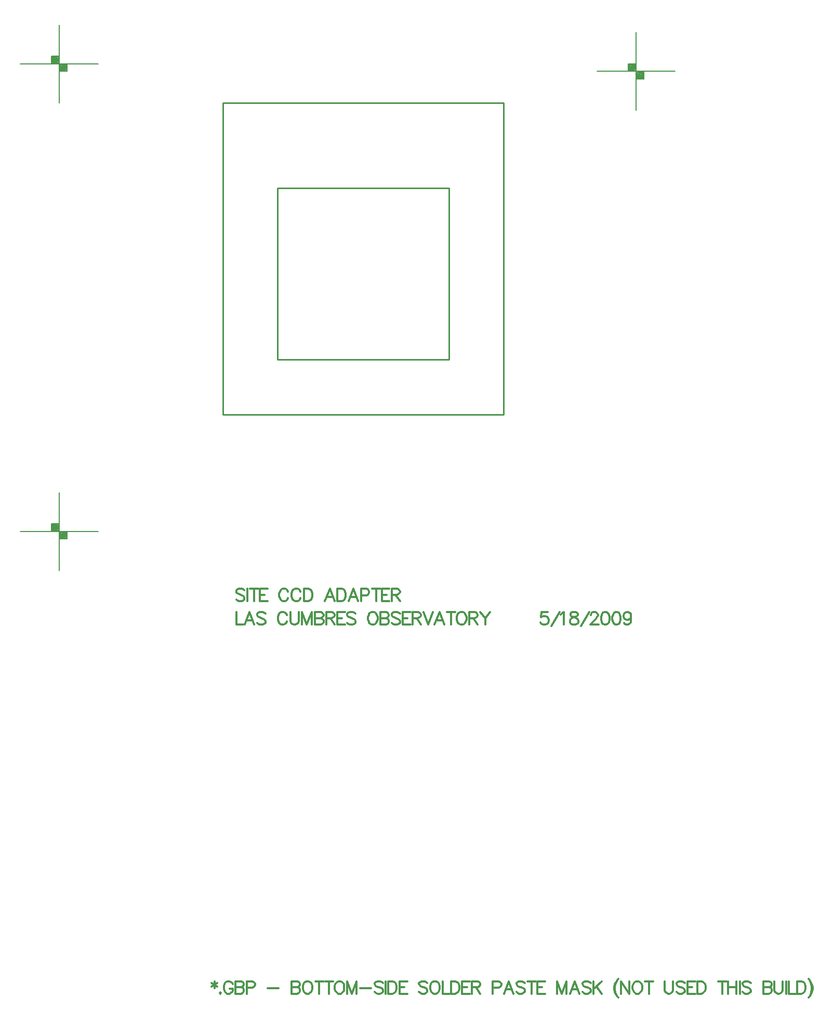
<source format=gbp>
%FSLAX23Y23*%
%MOIN*%
G70*
G01*
G75*
G04 Layer_Color=128*
%ADD10R,0.050X0.050*%
%ADD11R,0.050X0.050*%
%ADD12C,0.006*%
%ADD13C,0.012*%
%ADD14C,0.008*%
%ADD15C,0.010*%
%ADD16C,0.012*%
%ADD17C,0.012*%
%ADD18R,0.075X0.075*%
%ADD19C,0.075*%
%ADD20O,0.024X0.050*%
%ADD21C,0.050*%
%ADD22C,0.040*%
%ADD23C,0.086*%
G04:AMPARAMS|DCode=24|XSize=106mil|YSize=106mil|CornerRadius=0mil|HoleSize=0mil|Usage=FLASHONLY|Rotation=0.000|XOffset=0mil|YOffset=0mil|HoleType=Round|Shape=Relief|Width=10mil|Gap=10mil|Entries=4|*
%AMTHD24*
7,0,0,0.106,0.086,0.010,45*
%
%ADD24THD24*%
%ADD25C,0.054*%
G04:AMPARAMS|DCode=26|XSize=74mil|YSize=74mil|CornerRadius=0mil|HoleSize=0mil|Usage=FLASHONLY|Rotation=0.000|XOffset=0mil|YOffset=0mil|HoleType=Round|Shape=Relief|Width=10mil|Gap=10mil|Entries=4|*
%AMTHD26*
7,0,0,0.074,0.054,0.010,45*
%
%ADD26THD26*%
G04:AMPARAMS|DCode=27|XSize=85mil|YSize=85mil|CornerRadius=0mil|HoleSize=0mil|Usage=FLASHONLY|Rotation=0.000|XOffset=0mil|YOffset=0mil|HoleType=Round|Shape=Relief|Width=10mil|Gap=10mil|Entries=4|*
%AMTHD27*
7,0,0,0.085,0.065,0.010,45*
%
%ADD27THD27*%
%ADD28C,0.010*%
%ADD29C,0.015*%
%ADD30C,0.005*%
D14*
X15901Y13847D02*
X15911D01*
Y13842D02*
Y13852D01*
X15901D02*
X15911D01*
X15901Y13842D02*
Y13852D01*
Y13842D02*
X15911D01*
X15917D02*
Y13858D01*
X15896D02*
X15917D01*
X15896Y13837D02*
Y13858D01*
Y13837D02*
X15917D01*
X15922D02*
Y13863D01*
X15892D02*
X15922D01*
X15892Y13833D02*
Y13863D01*
Y13833D02*
X15922D01*
X15927Y13828D02*
Y13868D01*
X15887D02*
X15927D01*
X15887Y13828D02*
Y13868D01*
Y13828D02*
X15927D01*
X15851Y13898D02*
X15861D01*
Y13892D02*
Y13903D01*
X15851D02*
X15861D01*
X15851Y13892D02*
Y13903D01*
Y13892D02*
X15861D01*
X15866D02*
Y13908D01*
X15847D02*
X15866D01*
X15847Y13887D02*
Y13908D01*
Y13887D02*
X15866D01*
X15872D02*
Y13913D01*
X15842D02*
X15872D01*
X15842Y13882D02*
Y13913D01*
Y13882D02*
X15872D01*
X15877Y13877D02*
Y13917D01*
X15837D02*
X15877D01*
X15837Y13877D02*
Y13917D01*
Y13877D02*
X15877D01*
X15832Y13922D02*
X15882D01*
X15832Y13873D02*
Y13922D01*
X15882Y13823D02*
X15932D01*
Y13873D01*
X15882Y13623D02*
Y14123D01*
X15632Y13873D02*
X16132D01*
X12201Y10898D02*
X12212D01*
Y10892D02*
Y10903D01*
X12201D02*
X12212D01*
X12201Y10892D02*
Y10903D01*
Y10892D02*
X12212D01*
X12217D02*
Y10908D01*
X12196D02*
X12217D01*
X12196Y10887D02*
Y10908D01*
Y10887D02*
X12217D01*
X12222D02*
Y10913D01*
X12191D02*
X12222D01*
X12191Y10882D02*
Y10913D01*
Y10882D02*
X12222D01*
X12226Y10877D02*
Y10917D01*
X12186D02*
X12226D01*
X12186Y10877D02*
Y10917D01*
Y10877D02*
X12226D01*
X12151Y10948D02*
X12161D01*
Y10943D02*
Y10953D01*
X12151D02*
X12161D01*
X12151Y10943D02*
Y10953D01*
Y10943D02*
X12161D01*
X12167D02*
Y10958D01*
X12146D02*
X12167D01*
X12146Y10938D02*
Y10958D01*
Y10938D02*
X12167D01*
X12172D02*
Y10962D01*
X12142D02*
X12172D01*
X12142Y10932D02*
Y10962D01*
Y10932D02*
X12172D01*
X12177Y10927D02*
Y10967D01*
X12137D02*
X12177D01*
X12137Y10927D02*
Y10967D01*
Y10927D02*
X12177D01*
X12132Y10972D02*
X12182D01*
X12132Y10922D02*
Y10972D01*
X12182Y10873D02*
X12231D01*
Y10922D01*
X12182Y10672D02*
Y11172D01*
X11932Y10922D02*
X12432D01*
X12201Y13898D02*
X12212D01*
Y13892D02*
Y13903D01*
X12201D02*
X12212D01*
X12201Y13892D02*
Y13903D01*
Y13892D02*
X12212D01*
X12217D02*
Y13908D01*
X12196D02*
X12217D01*
X12196Y13887D02*
Y13908D01*
Y13887D02*
X12217D01*
X12222D02*
Y13913D01*
X12191D02*
X12222D01*
X12191Y13882D02*
Y13913D01*
Y13882D02*
X12222D01*
X12226Y13877D02*
Y13917D01*
X12186D02*
X12226D01*
X12186Y13877D02*
Y13917D01*
Y13877D02*
X12226D01*
X12151Y13948D02*
X12161D01*
Y13943D02*
Y13953D01*
X12151D02*
X12161D01*
X12151Y13943D02*
Y13953D01*
Y13943D02*
X12161D01*
X12167D02*
Y13958D01*
X12146D02*
X12167D01*
X12146Y13938D02*
Y13958D01*
Y13938D02*
X12167D01*
X12172D02*
Y13962D01*
X12142D02*
X12172D01*
X12142Y13932D02*
Y13962D01*
Y13932D02*
X12172D01*
X12177Y13927D02*
Y13967D01*
X12137D02*
X12177D01*
X12137Y13927D02*
Y13967D01*
Y13927D02*
X12177D01*
X12132Y13972D02*
X12182D01*
X12132Y13922D02*
Y13972D01*
X12182Y13873D02*
X12231D01*
Y13922D01*
X12182Y13672D02*
Y14172D01*
X11932Y13922D02*
X12432D01*
D15*
X13582Y12023D02*
Y13123D01*
X14682D01*
Y12023D02*
Y13123D01*
X13582Y12023D02*
X14682D01*
X13231Y11672D02*
Y13672D01*
X15031D01*
Y11672D02*
Y13672D01*
X14832Y11672D02*
X15031D01*
X13231D02*
X14832D01*
D16*
X13176Y8036D02*
Y7990D01*
X13157Y8025D02*
X13195Y8002D01*
Y8025D02*
X13157Y8002D01*
X13215Y7964D02*
X13211Y7960D01*
X13215Y7956D01*
X13219Y7960D01*
X13215Y7964D01*
X13293Y8017D02*
X13290Y8025D01*
X13282Y8032D01*
X13274Y8036D01*
X13259D01*
X13252Y8032D01*
X13244Y8025D01*
X13240Y8017D01*
X13236Y8006D01*
Y7987D01*
X13240Y7975D01*
X13244Y7968D01*
X13252Y7960D01*
X13259Y7956D01*
X13274D01*
X13282Y7960D01*
X13290Y7968D01*
X13293Y7975D01*
Y7987D01*
X13274D02*
X13293D01*
X13312Y8036D02*
Y7956D01*
Y8036D02*
X13346D01*
X13357Y8032D01*
X13361Y8029D01*
X13365Y8021D01*
Y8013D01*
X13361Y8006D01*
X13357Y8002D01*
X13346Y7998D01*
X13312D02*
X13346D01*
X13357Y7994D01*
X13361Y7990D01*
X13365Y7983D01*
Y7971D01*
X13361Y7964D01*
X13357Y7960D01*
X13346Y7956D01*
X13312D01*
X13383Y7994D02*
X13417D01*
X13429Y7998D01*
X13432Y8002D01*
X13436Y8010D01*
Y8021D01*
X13432Y8029D01*
X13429Y8032D01*
X13417Y8036D01*
X13383D01*
Y7956D01*
X13517Y7990D02*
X13586D01*
X13672Y8036D02*
Y7956D01*
Y8036D02*
X13706D01*
X13718Y8032D01*
X13721Y8029D01*
X13725Y8021D01*
Y8013D01*
X13721Y8006D01*
X13718Y8002D01*
X13706Y7998D01*
X13672D02*
X13706D01*
X13718Y7994D01*
X13721Y7990D01*
X13725Y7983D01*
Y7971D01*
X13721Y7964D01*
X13718Y7960D01*
X13706Y7956D01*
X13672D01*
X13766Y8036D02*
X13758Y8032D01*
X13751Y8025D01*
X13747Y8017D01*
X13743Y8006D01*
Y7987D01*
X13747Y7975D01*
X13751Y7968D01*
X13758Y7960D01*
X13766Y7956D01*
X13781D01*
X13789Y7960D01*
X13797Y7968D01*
X13800Y7975D01*
X13804Y7987D01*
Y8006D01*
X13800Y8017D01*
X13797Y8025D01*
X13789Y8032D01*
X13781Y8036D01*
X13766D01*
X13849D02*
Y7956D01*
X13823Y8036D02*
X13876D01*
X13912D02*
Y7956D01*
X13886Y8036D02*
X13939D01*
X13971D02*
X13964Y8032D01*
X13956Y8025D01*
X13952Y8017D01*
X13948Y8006D01*
Y7987D01*
X13952Y7975D01*
X13956Y7968D01*
X13964Y7960D01*
X13971Y7956D01*
X13987D01*
X13994Y7960D01*
X14002Y7968D01*
X14006Y7975D01*
X14009Y7987D01*
Y8006D01*
X14006Y8017D01*
X14002Y8025D01*
X13994Y8032D01*
X13987Y8036D01*
X13971D01*
X14028D02*
Y7956D01*
Y8036D02*
X14059Y7956D01*
X14089Y8036D02*
X14059Y7956D01*
X14089Y8036D02*
Y7956D01*
X14112Y7990D02*
X14180D01*
X14257Y8025D02*
X14250Y8032D01*
X14238Y8036D01*
X14223D01*
X14212Y8032D01*
X14204Y8025D01*
Y8017D01*
X14208Y8010D01*
X14212Y8006D01*
X14219Y8002D01*
X14242Y7994D01*
X14250Y7990D01*
X14254Y7987D01*
X14257Y7979D01*
Y7968D01*
X14250Y7960D01*
X14238Y7956D01*
X14223D01*
X14212Y7960D01*
X14204Y7968D01*
X14275Y8036D02*
Y7956D01*
X14292Y8036D02*
Y7956D01*
Y8036D02*
X14319D01*
X14330Y8032D01*
X14338Y8025D01*
X14342Y8017D01*
X14345Y8006D01*
Y7987D01*
X14342Y7975D01*
X14338Y7968D01*
X14330Y7960D01*
X14319Y7956D01*
X14292D01*
X14413Y8036D02*
X14363D01*
Y7956D01*
X14413D01*
X14363Y7998D02*
X14394D01*
X14542Y8025D02*
X14535Y8032D01*
X14523Y8036D01*
X14508D01*
X14497Y8032D01*
X14489Y8025D01*
Y8017D01*
X14493Y8010D01*
X14497Y8006D01*
X14504Y8002D01*
X14527Y7994D01*
X14535Y7990D01*
X14538Y7987D01*
X14542Y7979D01*
Y7968D01*
X14535Y7960D01*
X14523Y7956D01*
X14508D01*
X14497Y7960D01*
X14489Y7968D01*
X14583Y8036D02*
X14575Y8032D01*
X14568Y8025D01*
X14564Y8017D01*
X14560Y8006D01*
Y7987D01*
X14564Y7975D01*
X14568Y7968D01*
X14575Y7960D01*
X14583Y7956D01*
X14598D01*
X14606Y7960D01*
X14613Y7968D01*
X14617Y7975D01*
X14621Y7987D01*
Y8006D01*
X14617Y8017D01*
X14613Y8025D01*
X14606Y8032D01*
X14598Y8036D01*
X14583D01*
X14640D02*
Y7956D01*
X14685D01*
X14694Y8036D02*
Y7956D01*
Y8036D02*
X14721D01*
X14732Y8032D01*
X14740Y8025D01*
X14744Y8017D01*
X14748Y8006D01*
Y7987D01*
X14744Y7975D01*
X14740Y7968D01*
X14732Y7960D01*
X14721Y7956D01*
X14694D01*
X14815Y8036D02*
X14765D01*
Y7956D01*
X14815D01*
X14765Y7998D02*
X14796D01*
X14828Y8036D02*
Y7956D01*
Y8036D02*
X14863D01*
X14874Y8032D01*
X14878Y8029D01*
X14882Y8021D01*
Y8013D01*
X14878Y8006D01*
X14874Y8002D01*
X14863Y7998D01*
X14828D01*
X14855D02*
X14882Y7956D01*
X14962Y7994D02*
X14997D01*
X15008Y7998D01*
X15012Y8002D01*
X15016Y8010D01*
Y8021D01*
X15012Y8029D01*
X15008Y8032D01*
X14997Y8036D01*
X14962D01*
Y7956D01*
X15095D02*
X15064Y8036D01*
X15034Y7956D01*
X15045Y7983D02*
X15083D01*
X15167Y8025D02*
X15159Y8032D01*
X15147Y8036D01*
X15132D01*
X15121Y8032D01*
X15113Y8025D01*
Y8017D01*
X15117Y8010D01*
X15121Y8006D01*
X15128Y8002D01*
X15151Y7994D01*
X15159Y7990D01*
X15163Y7987D01*
X15167Y7979D01*
Y7968D01*
X15159Y7960D01*
X15147Y7956D01*
X15132D01*
X15121Y7960D01*
X15113Y7968D01*
X15211Y8036D02*
Y7956D01*
X15184Y8036D02*
X15238D01*
X15297D02*
X15247D01*
Y7956D01*
X15297D01*
X15247Y7998D02*
X15278D01*
X15373Y8036D02*
Y7956D01*
Y8036D02*
X15403Y7956D01*
X15434Y8036D02*
X15403Y7956D01*
X15434Y8036D02*
Y7956D01*
X15518D02*
X15487Y8036D01*
X15457Y7956D01*
X15468Y7983D02*
X15506D01*
X15590Y8025D02*
X15582Y8032D01*
X15571Y8036D01*
X15555D01*
X15544Y8032D01*
X15536Y8025D01*
Y8017D01*
X15540Y8010D01*
X15544Y8006D01*
X15552Y8002D01*
X15574Y7994D01*
X15582Y7990D01*
X15586Y7987D01*
X15590Y7979D01*
Y7968D01*
X15582Y7960D01*
X15571Y7956D01*
X15555D01*
X15544Y7960D01*
X15536Y7968D01*
X15608Y8036D02*
Y7956D01*
X15661Y8036D02*
X15608Y7983D01*
X15627Y8002D02*
X15661Y7956D01*
X15768Y8051D02*
X15761Y8044D01*
X15753Y8032D01*
X15745Y8017D01*
X15742Y7998D01*
Y7983D01*
X15745Y7964D01*
X15753Y7949D01*
X15761Y7937D01*
X15768Y7930D01*
X15761Y8044D02*
X15753Y8029D01*
X15749Y8017D01*
X15745Y7998D01*
Y7983D01*
X15749Y7964D01*
X15753Y7952D01*
X15761Y7937D01*
X15784Y8036D02*
Y7956D01*
Y8036D02*
X15837Y7956D01*
Y8036D02*
Y7956D01*
X15882Y8036D02*
X15874Y8032D01*
X15867Y8025D01*
X15863Y8017D01*
X15859Y8006D01*
Y7987D01*
X15863Y7975D01*
X15867Y7968D01*
X15874Y7960D01*
X15882Y7956D01*
X15897D01*
X15905Y7960D01*
X15912Y7968D01*
X15916Y7975D01*
X15920Y7987D01*
Y8006D01*
X15916Y8017D01*
X15912Y8025D01*
X15905Y8032D01*
X15897Y8036D01*
X15882D01*
X15965D02*
Y7956D01*
X15939Y8036D02*
X15992D01*
X16064D02*
Y7979D01*
X16068Y7968D01*
X16076Y7960D01*
X16087Y7956D01*
X16095D01*
X16106Y7960D01*
X16114Y7968D01*
X16118Y7979D01*
Y8036D01*
X16193Y8025D02*
X16185Y8032D01*
X16174Y8036D01*
X16159D01*
X16147Y8032D01*
X16140Y8025D01*
Y8017D01*
X16143Y8010D01*
X16147Y8006D01*
X16155Y8002D01*
X16178Y7994D01*
X16185Y7990D01*
X16189Y7987D01*
X16193Y7979D01*
Y7968D01*
X16185Y7960D01*
X16174Y7956D01*
X16159D01*
X16147Y7960D01*
X16140Y7968D01*
X16260Y8036D02*
X16211D01*
Y7956D01*
X16260D01*
X16211Y7998D02*
X16241D01*
X16274Y8036D02*
Y7956D01*
Y8036D02*
X16300D01*
X16312Y8032D01*
X16319Y8025D01*
X16323Y8017D01*
X16327Y8006D01*
Y7987D01*
X16323Y7975D01*
X16319Y7968D01*
X16312Y7960D01*
X16300Y7956D01*
X16274D01*
X16434Y8036D02*
Y7956D01*
X16408Y8036D02*
X16461D01*
X16471D02*
Y7956D01*
X16524Y8036D02*
Y7956D01*
X16471Y7998D02*
X16524D01*
X16546Y8036D02*
Y7956D01*
X16616Y8025D02*
X16608Y8032D01*
X16597Y8036D01*
X16582D01*
X16570Y8032D01*
X16563Y8025D01*
Y8017D01*
X16567Y8010D01*
X16570Y8006D01*
X16578Y8002D01*
X16601Y7994D01*
X16608Y7990D01*
X16612Y7987D01*
X16616Y7979D01*
Y7968D01*
X16608Y7960D01*
X16597Y7956D01*
X16582D01*
X16570Y7960D01*
X16563Y7968D01*
X16697Y8036D02*
Y7956D01*
Y8036D02*
X16731D01*
X16743Y8032D01*
X16746Y8029D01*
X16750Y8021D01*
Y8013D01*
X16746Y8006D01*
X16743Y8002D01*
X16731Y7998D01*
X16697D02*
X16731D01*
X16743Y7994D01*
X16746Y7990D01*
X16750Y7983D01*
Y7971D01*
X16746Y7964D01*
X16743Y7960D01*
X16731Y7956D01*
X16697D01*
X16768Y8036D02*
Y7979D01*
X16772Y7968D01*
X16780Y7960D01*
X16791Y7956D01*
X16799D01*
X16810Y7960D01*
X16818Y7968D01*
X16821Y7979D01*
Y8036D01*
X16843D02*
Y7956D01*
X16860Y8036D02*
Y7956D01*
X16906D01*
X16915Y8036D02*
Y7956D01*
Y8036D02*
X16941D01*
X16953Y8032D01*
X16960Y8025D01*
X16964Y8017D01*
X16968Y8006D01*
Y7987D01*
X16964Y7975D01*
X16960Y7968D01*
X16953Y7960D01*
X16941Y7956D01*
X16915D01*
X16986Y8051D02*
X16994Y8044D01*
X17001Y8032D01*
X17009Y8017D01*
X17013Y7998D01*
Y7983D01*
X17009Y7964D01*
X17001Y7949D01*
X16994Y7937D01*
X16986Y7930D01*
X16994Y8044D02*
X17001Y8029D01*
X17005Y8017D01*
X17009Y7998D01*
Y7983D01*
X17005Y7964D01*
X17001Y7952D01*
X16994Y7937D01*
X13369Y10543D02*
X13361Y10550D01*
X13350Y10554D01*
X13335D01*
X13323Y10550D01*
X13316Y10543D01*
Y10535D01*
X13319Y10527D01*
X13323Y10524D01*
X13331Y10520D01*
X13354Y10512D01*
X13361Y10508D01*
X13365Y10505D01*
X13369Y10497D01*
Y10486D01*
X13361Y10478D01*
X13350Y10474D01*
X13335D01*
X13323Y10478D01*
X13316Y10486D01*
X13387Y10554D02*
Y10474D01*
X13430Y10554D02*
Y10474D01*
X13404Y10554D02*
X13457D01*
X13516D02*
X13466D01*
Y10474D01*
X13516D01*
X13466Y10516D02*
X13497D01*
X13649Y10535D02*
X13645Y10543D01*
X13638Y10550D01*
X13630Y10554D01*
X13615D01*
X13607Y10550D01*
X13600Y10543D01*
X13596Y10535D01*
X13592Y10524D01*
Y10505D01*
X13596Y10493D01*
X13600Y10486D01*
X13607Y10478D01*
X13615Y10474D01*
X13630D01*
X13638Y10478D01*
X13645Y10486D01*
X13649Y10493D01*
X13729Y10535D02*
X13725Y10543D01*
X13717Y10550D01*
X13710Y10554D01*
X13694D01*
X13687Y10550D01*
X13679Y10543D01*
X13675Y10535D01*
X13672Y10524D01*
Y10505D01*
X13675Y10493D01*
X13679Y10486D01*
X13687Y10478D01*
X13694Y10474D01*
X13710D01*
X13717Y10478D01*
X13725Y10486D01*
X13729Y10493D01*
X13751Y10554D02*
Y10474D01*
Y10554D02*
X13778D01*
X13789Y10550D01*
X13797Y10543D01*
X13801Y10535D01*
X13805Y10524D01*
Y10505D01*
X13801Y10493D01*
X13797Y10486D01*
X13789Y10478D01*
X13778Y10474D01*
X13751D01*
X13946D02*
X13916Y10554D01*
X13885Y10474D01*
X13897Y10501D02*
X13935D01*
X13965Y10554D02*
Y10474D01*
Y10554D02*
X13992D01*
X14003Y10550D01*
X14011Y10543D01*
X14014Y10535D01*
X14018Y10524D01*
Y10505D01*
X14014Y10493D01*
X14011Y10486D01*
X14003Y10478D01*
X13992Y10474D01*
X13965D01*
X14097D02*
X14067Y10554D01*
X14036Y10474D01*
X14048Y10501D02*
X14086D01*
X14116Y10512D02*
X14150D01*
X14161Y10516D01*
X14165Y10520D01*
X14169Y10527D01*
Y10539D01*
X14165Y10546D01*
X14161Y10550D01*
X14150Y10554D01*
X14116D01*
Y10474D01*
X14214Y10554D02*
Y10474D01*
X14187Y10554D02*
X14240D01*
X14299D02*
X14250D01*
Y10474D01*
X14299D01*
X14250Y10516D02*
X14280D01*
X14313Y10554D02*
Y10474D01*
Y10554D02*
X14347D01*
X14358Y10550D01*
X14362Y10546D01*
X14366Y10539D01*
Y10531D01*
X14362Y10524D01*
X14358Y10520D01*
X14347Y10516D01*
X14313D01*
X14339D02*
X14366Y10474D01*
D17*
X13316Y10404D02*
Y10324D01*
X13361D01*
X13431D02*
X13400Y10404D01*
X13370Y10324D01*
X13381Y10351D02*
X13420D01*
X13503Y10393D02*
X13495Y10400D01*
X13484Y10404D01*
X13469D01*
X13457Y10400D01*
X13450Y10393D01*
Y10385D01*
X13453Y10377D01*
X13457Y10374D01*
X13465Y10370D01*
X13488Y10362D01*
X13495Y10358D01*
X13499Y10355D01*
X13503Y10347D01*
Y10335D01*
X13495Y10328D01*
X13484Y10324D01*
X13469D01*
X13457Y10328D01*
X13450Y10335D01*
X13641Y10385D02*
X13637Y10393D01*
X13629Y10400D01*
X13622Y10404D01*
X13607D01*
X13599Y10400D01*
X13591Y10393D01*
X13587Y10385D01*
X13584Y10374D01*
Y10355D01*
X13587Y10343D01*
X13591Y10335D01*
X13599Y10328D01*
X13607Y10324D01*
X13622D01*
X13629Y10328D01*
X13637Y10335D01*
X13641Y10343D01*
X13663Y10404D02*
Y10347D01*
X13667Y10335D01*
X13675Y10328D01*
X13686Y10324D01*
X13694D01*
X13705Y10328D01*
X13713Y10335D01*
X13717Y10347D01*
Y10404D01*
X13739D02*
Y10324D01*
Y10404D02*
X13769Y10324D01*
X13800Y10404D02*
X13769Y10324D01*
X13800Y10404D02*
Y10324D01*
X13822Y10404D02*
Y10324D01*
Y10404D02*
X13857D01*
X13868Y10400D01*
X13872Y10396D01*
X13876Y10389D01*
Y10381D01*
X13872Y10374D01*
X13868Y10370D01*
X13857Y10366D01*
X13822D02*
X13857D01*
X13868Y10362D01*
X13872Y10358D01*
X13876Y10351D01*
Y10339D01*
X13872Y10332D01*
X13868Y10328D01*
X13857Y10324D01*
X13822D01*
X13894Y10404D02*
Y10324D01*
Y10404D02*
X13928D01*
X13939Y10400D01*
X13943Y10396D01*
X13947Y10389D01*
Y10381D01*
X13943Y10374D01*
X13939Y10370D01*
X13928Y10366D01*
X13894D01*
X13920D02*
X13947Y10324D01*
X14014Y10404D02*
X13965D01*
Y10324D01*
X14014D01*
X13965Y10366D02*
X13995D01*
X14081Y10393D02*
X14073Y10400D01*
X14062Y10404D01*
X14047D01*
X14035Y10400D01*
X14028Y10393D01*
Y10385D01*
X14032Y10377D01*
X14035Y10374D01*
X14043Y10370D01*
X14066Y10362D01*
X14073Y10358D01*
X14077Y10355D01*
X14081Y10347D01*
Y10335D01*
X14073Y10328D01*
X14062Y10324D01*
X14047D01*
X14035Y10328D01*
X14028Y10335D01*
X14185Y10404D02*
X14177Y10400D01*
X14169Y10393D01*
X14166Y10385D01*
X14162Y10374D01*
Y10355D01*
X14166Y10343D01*
X14169Y10335D01*
X14177Y10328D01*
X14185Y10324D01*
X14200D01*
X14208Y10328D01*
X14215Y10335D01*
X14219Y10343D01*
X14223Y10355D01*
Y10374D01*
X14219Y10385D01*
X14215Y10393D01*
X14208Y10400D01*
X14200Y10404D01*
X14185D01*
X14241D02*
Y10324D01*
Y10404D02*
X14276D01*
X14287Y10400D01*
X14291Y10396D01*
X14295Y10389D01*
Y10381D01*
X14291Y10374D01*
X14287Y10370D01*
X14276Y10366D01*
X14241D02*
X14276D01*
X14287Y10362D01*
X14291Y10358D01*
X14295Y10351D01*
Y10339D01*
X14291Y10332D01*
X14287Y10328D01*
X14276Y10324D01*
X14241D01*
X14366Y10393D02*
X14358Y10400D01*
X14347Y10404D01*
X14332D01*
X14320Y10400D01*
X14313Y10393D01*
Y10385D01*
X14316Y10377D01*
X14320Y10374D01*
X14328Y10370D01*
X14351Y10362D01*
X14358Y10358D01*
X14362Y10355D01*
X14366Y10347D01*
Y10335D01*
X14358Y10328D01*
X14347Y10324D01*
X14332D01*
X14320Y10328D01*
X14313Y10335D01*
X14433Y10404D02*
X14384D01*
Y10324D01*
X14433D01*
X14384Y10366D02*
X14414D01*
X14447Y10404D02*
Y10324D01*
Y10404D02*
X14481D01*
X14492Y10400D01*
X14496Y10396D01*
X14500Y10389D01*
Y10381D01*
X14496Y10374D01*
X14492Y10370D01*
X14481Y10366D01*
X14447D01*
X14473D02*
X14500Y10324D01*
X14518Y10404D02*
X14548Y10324D01*
X14579Y10404D02*
X14548Y10324D01*
X14650D02*
X14620Y10404D01*
X14589Y10324D01*
X14601Y10351D02*
X14639D01*
X14695Y10404D02*
Y10324D01*
X14669Y10404D02*
X14722D01*
X14754D02*
X14747Y10400D01*
X14739Y10393D01*
X14735Y10385D01*
X14732Y10374D01*
Y10355D01*
X14735Y10343D01*
X14739Y10335D01*
X14747Y10328D01*
X14754Y10324D01*
X14770D01*
X14777Y10328D01*
X14785Y10335D01*
X14789Y10343D01*
X14793Y10355D01*
Y10374D01*
X14789Y10385D01*
X14785Y10393D01*
X14777Y10400D01*
X14770Y10404D01*
X14754D01*
X14811D02*
Y10324D01*
Y10404D02*
X14845D01*
X14857Y10400D01*
X14861Y10396D01*
X14865Y10389D01*
Y10381D01*
X14861Y10374D01*
X14857Y10370D01*
X14845Y10366D01*
X14811D01*
X14838D02*
X14865Y10324D01*
X14882Y10404D02*
X14913Y10366D01*
Y10324D01*
X14943Y10404D02*
X14913Y10366D01*
X15314Y10404D02*
X15275D01*
X15272Y10370D01*
X15275Y10374D01*
X15287Y10377D01*
X15298D01*
X15310Y10374D01*
X15317Y10366D01*
X15321Y10355D01*
Y10347D01*
X15317Y10335D01*
X15310Y10328D01*
X15298Y10324D01*
X15287D01*
X15275Y10328D01*
X15272Y10332D01*
X15268Y10339D01*
X15339Y10313D02*
X15392Y10404D01*
X15398Y10389D02*
X15405Y10393D01*
X15417Y10404D01*
Y10324D01*
X15475Y10404D02*
X15464Y10400D01*
X15460Y10393D01*
Y10385D01*
X15464Y10377D01*
X15472Y10374D01*
X15487Y10370D01*
X15498Y10366D01*
X15506Y10358D01*
X15510Y10351D01*
Y10339D01*
X15506Y10332D01*
X15502Y10328D01*
X15491Y10324D01*
X15475D01*
X15464Y10328D01*
X15460Y10332D01*
X15456Y10339D01*
Y10351D01*
X15460Y10358D01*
X15468Y10366D01*
X15479Y10370D01*
X15494Y10374D01*
X15502Y10377D01*
X15506Y10385D01*
Y10393D01*
X15502Y10400D01*
X15491Y10404D01*
X15475D01*
X15528Y10313D02*
X15581Y10404D01*
X15590Y10385D02*
Y10389D01*
X15594Y10396D01*
X15598Y10400D01*
X15605Y10404D01*
X15621D01*
X15628Y10400D01*
X15632Y10396D01*
X15636Y10389D01*
Y10381D01*
X15632Y10374D01*
X15624Y10362D01*
X15586Y10324D01*
X15640D01*
X15680Y10404D02*
X15669Y10400D01*
X15661Y10389D01*
X15658Y10370D01*
Y10358D01*
X15661Y10339D01*
X15669Y10328D01*
X15680Y10324D01*
X15688D01*
X15699Y10328D01*
X15707Y10339D01*
X15711Y10358D01*
Y10370D01*
X15707Y10389D01*
X15699Y10400D01*
X15688Y10404D01*
X15680D01*
X15752D02*
X15740Y10400D01*
X15733Y10389D01*
X15729Y10370D01*
Y10358D01*
X15733Y10339D01*
X15740Y10328D01*
X15752Y10324D01*
X15759D01*
X15771Y10328D01*
X15778Y10339D01*
X15782Y10358D01*
Y10370D01*
X15778Y10389D01*
X15771Y10400D01*
X15759Y10404D01*
X15752D01*
X15849Y10377D02*
X15846Y10366D01*
X15838Y10358D01*
X15827Y10355D01*
X15823D01*
X15811Y10358D01*
X15804Y10366D01*
X15800Y10377D01*
Y10381D01*
X15804Y10393D01*
X15811Y10400D01*
X15823Y10404D01*
X15827D01*
X15838Y10400D01*
X15846Y10393D01*
X15849Y10377D01*
Y10358D01*
X15846Y10339D01*
X15838Y10328D01*
X15827Y10324D01*
X15819D01*
X15808Y10328D01*
X15804Y10335D01*
M02*

</source>
